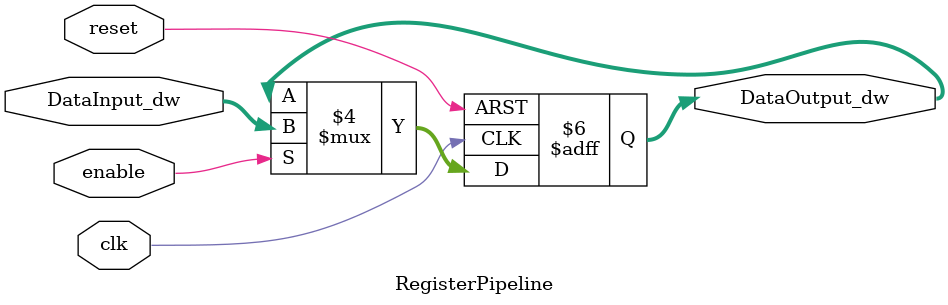
<source format=v>
/******************************************************************
* Description
*	This the basic register that is used in the pipeline register
*	It's identical to the other register hardware except it is
*	triggered by negative edge
*	1.0
* Author:
*	Mariana Chávez Medina
*	Darío Arias Muñoz
* Date:
*	23/04/2020
******************************************************************/
module RegisterPipeline
#(
	parameter N=32
)
(
	input clk,
	input reset,
	input enable,
	input  [N-1:0] DataInput_dw,
	
	
	output reg [N-1:0] DataOutput_dw
);

always@(negedge reset or negedge clk) begin
	if(reset == 0)
		DataOutput_dw <= 0;
	else	
		if(enable == 1)
			DataOutput_dw <= DataInput_dw;
end

endmodule
//register//
</source>
